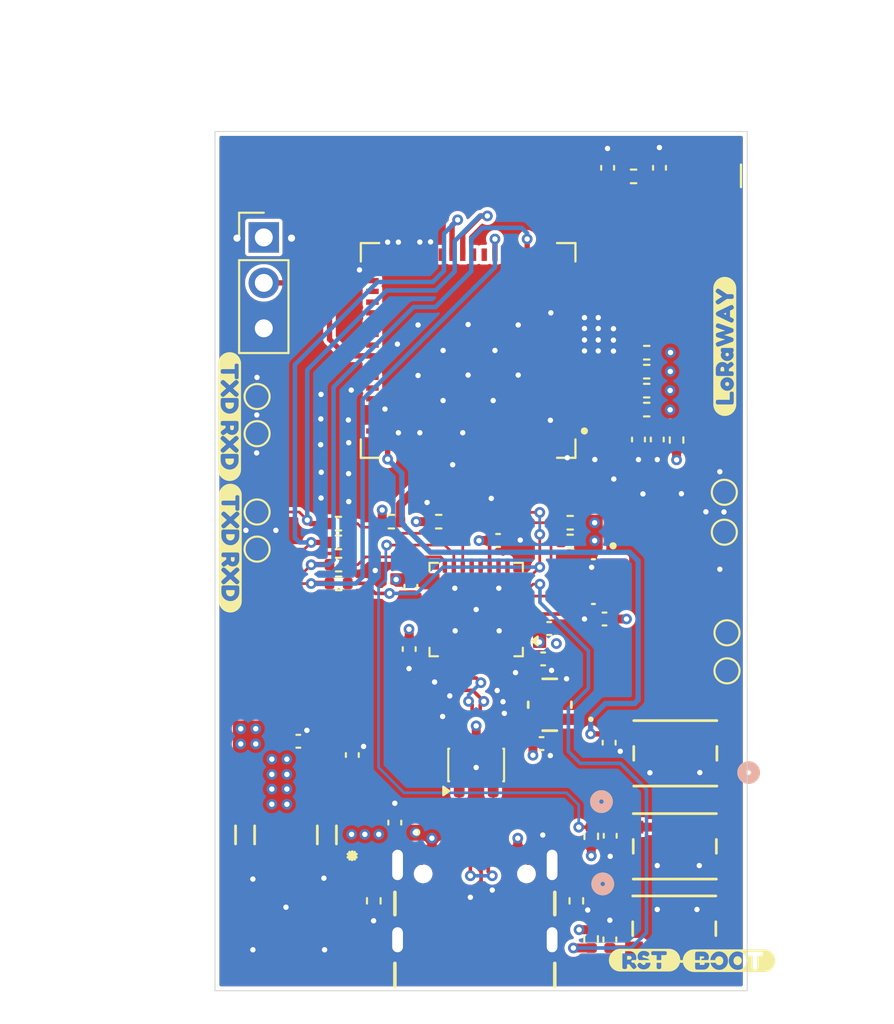
<source format=kicad_pcb>
(kicad_pcb (version 20241229) (generator "pcbnew") (generator_version "9.0")
  (layers (0 "F.Cu" signal) (4 "In1.Cu" signal) (6 "In2.Cu" signal) (2 "B.Cu" signal) (13 "F.Paste" user) (15 "B.Paste" user) (5 "F.SilkS" user "F.Silkscreen") (7 "B.SilkS" user "B.Silkscreen") (1 "F.Mask" user) (3 "B.Mask" user) (25 "Edge.Cuts" user))
  (net 0 "")
  (net 1 "GND")
  (net 2 "VBUS")
  (net 3 "/BOOT")
  (net 4 "+3V3")
  (net 5 "/MODULE_RST")
  (net 8 "/USB_D_N")
  (net 9 "VBAT")
  (net 10 "/USB_D_P")
  (net 11 "/ANT_LORA")
  (net 12 "/MCU_RST")
  (net 13 "Net-(J3-In)")
  (net 14 "Net-(J1-CC1)")
  (net 15 "Net-(J1-CC2)")
  (net 16 "/MODULE_BOOT")
  (net 17 "/VDD_IO")
  (net 18 "/VDDA")
  (net 19 "/VREF+")
  (net 20 "/VDD_RF")
  (net 21 "/VDDSMPS")
  (net 22 "/VDD_PA")
  (net 23 "/JD_BOOT_STRP")
  (net 24 "Net-(U6-GPIO2)")
  (net 25 "/MODULE_UART_RXD")
  (net 26 "/MODULE_USART2_TXD")
  (net 27 "/MODULE_USART2_RXD")
  (net 28 "/MODUL_UART_TXD")
  (net 30 "/MODULE_USART1_TXD")
  (net 34 "/MODULE_USART1_RXD")
  (net 37 "/SWDIO")
  (net 38 "/SWCLK")
  (net 44 "/VFBSMPS")
  (net 60 "Net-(U6-U0RXD)")
  (net 69 "/CLK_32kHz")
  (net 71 "Net-(U6-U0TXD)")
  (net 80 "/D_N")
  (net 81 "/D_P")
  (net 82 "/CLK_40MHz")
  (footprint "Package_TO_SOT_SMD:SOT-23-6" (layer "F.Cu") (at 169.325 102.5375 90)
    (property "Reference" "U3" (hide yes))
    (property "Value" "USBLC6-2SC6")
  )
  (footprint "kibuzzard-694813BB" (layer "F.Cu") (at 178.74 113.44)
    (property "Reference" "kibuzzard-694813BB" (hide yes))
    (property "Value" "G***" (hide yes))
  )
  (footprint "kibuzzard-694845CE" (layer "F.Cu") (at 155.58 90.42 -90)
    (property "Reference" "kibuzzard-694845CE" (hide yes))
    (property "Value" "G***" (hide yes))
  )
  (footprint "kibuzzard-69502FA5" (layer "F.Cu") (at 183.225 79.15 90)
    (property "Reference" "kibuzzard-69502FA5" (hide yes))
    (property "Value" "G***" (hide yes))
  )
  (footprint "LoRaWAY-FTP:HIROSE_U.FL-R-SMT-1_80_" (layer "F.Cu") (at 182.83 69.62 -90)
    (property "Reference" "J3" (hide yes))
    (property "Value" "ANTENNA")
  )
  (footprint "TestPoint:TestPoint_Pad_D1.0mm" (layer "F.Cu") (at 157.075 84.025 90)
    (property "Reference" "TP2" (hide yes))
    (property "Value" "TestPoint")
  )
  (footprint "Resistor_SMD:R_0402_1005Metric" (layer "F.Cu") (at 161.625 89.05 180)
    (property "Reference" "R16" (hide yes))
    (property "Value" "0R")
  )
  (footprint "Capacitor_SMD:C_0402_1005Metric" (layer "F.Cu") (at 173.07 96.61)
    (property "Reference" "C8" (hide yes))
    (property "Value" "100n")
  )
  (footprint "LoRaWAY-FTP:TO252-3L_DIO" (layer "F.Cu") (at 158.69 110.4819 180)
    (property "Reference" "U1" (hide yes))
    (property "Value" "AP7363")
  )
  (footprint "Capacitor_SMD:C_0402_1005Metric" (layer "F.Cu") (at 165.58 96.06 -90)
    (property "Reference" "C2" (hide yes))
    (property "Value" "4u7")
  )
  (footprint "LoRaWAY-FTP:SW4_PTS815 SJM 250 SMTR LFS_CNK" (layer "F.Cu") (at 180.4308 107.0815)
    (property "Reference" "SW1" (hide yes))
    (property "Value" "BOOT")
  )
  (footprint "Capacitor_SMD:C_0402_1005Metric" (layer "F.Cu") (at 162.4 101.98 90)
    (property "Reference" "C3" (hide yes))
    (property "Value" "22u")
  )
  (footprint "Capacitor_SMD:C_0402_1005Metric" (layer "F.Cu") (at 159.38 101.21)
    (property "Reference" "C4" (hide yes))
    (property "Value" "22u")
  )
  (footprint "Capacitor_SMD:C_0402_1005Metric" (layer "F.Cu") (at 164.775 105.755 90)
    (property "Reference" "C1" (hide yes))
    (property "Value" "4u7")
  )
  (footprint "Resistor_SMD:R_0402_1005Metric" (layer "F.Cu") (at 164.58 88.94)
    (property "Reference" "R7" (hide yes))
    (property "Value" "0R")
  )
  (footprint "Capacitor_SMD:C_0402_1005Metric" (layer "F.Cu") (at 179.45 84.35 -90)
    (property "Reference" "C10" (hide yes))
    (property "Value" "4u7")
  )
  (footprint "Capacitor_SMD:C_0402_1005Metric" (layer "F.Cu") (at 176.76 101.29 -90)
    (property "Reference" "C9" (hide yes))
    (property "Value" "10n")
  )
  (footprint "Resistor_SMD:R_0402_1005Metric" (layer "F.Cu") (at 174.925 110.1275 -90)
    (property "Reference" "R8" (hide yes))
    (property "Value" "5k1")
  )
  (footprint "Capacitor_SMD:C_0402_1005Metric" (layer "F.Cu") (at 176.5 94.38 180)
    (property "Reference" "C15" (hide yes))
    (property "Value" "10n")
  )
  (footprint "Resistor_SMD:R_0402_1005Metric" (layer "F.Cu") (at 161.635 91.34 180)
    (property "Reference" "R18" (hide yes))
    (property "Value" "0R")
  )
  (footprint "Resistor_SMD:R_0402_1005Metric" (layer "F.Cu") (at 178.125 69.65)
    (property "Reference" "R14" (hide yes))
    (property "Value" "0R")
  )
  (footprint "Resistor_SMD:R_0402_1005Metric" (layer "F.Cu") (at 178.86 82.68 180)
    (property "Reference" "R1" (hide yes))
    (property "Value" "0R")
  )
  (footprint "Resistor_SMD:R_0402_1005Metric" (layer "F.Cu") (at 180.53 84.38 90)
    (property "Reference" "R2" (hide yes))
    (property "Value" "0R")
  )
  (footprint "TestPoint:TestPoint_Pad_D1.0mm" (layer "F.Cu") (at 183.35 97.275 90)
    (property "Reference" "TP5" (hide yes))
    (property "Value" "TestPoint")
  )
  (footprint "Capacitor_SMD:C_0402_1005Metric" (layer "F.Cu") (at 172.98 101.34)
    (property "Reference" "C17" (hide yes))
    (property "Value" "10n")
  )
  (footprint "Resistor_SMD:R_0402_1005Metric" (layer "F.Cu") (at 161.635 92.39 180)
    (property "Reference" "R17" (hide yes))
    (property "Value" "0R")
  )
  (footprint "Resistor_SMD:R_0402_1005Metric" (layer "F.Cu") (at 174.58 90.05 180)
    (property "Reference" "R13" (hide yes))
    (property "Value" "10k")
  )
  (footprint "TestPoint:TestPoint_Pad_D1.0mm" (layer "F.Cu") (at 183.2 87.3 180)
    (property "Reference" "TP3" (hide yes))
    (property "Value" "TestPoint")
  )
  (footprint "Capacitor_SMD:C_0402_1005Metric" (layer "F.Cu") (at 176.82 106.49 -90)
    (property "Reference" "C5" (hide yes))
    (property "Value" "10n")
  )
  (footprint "kibuzzard-694845CE" (layer "F.Cu") (at 155.54 83.07 -90)
    (property "Reference" "kibuzzard-694845CE" (hide yes))
    (property "Value" "G***" (hide yes))
  )
  (footprint "Resistor_SMD:R_0402_1005Metric" (layer "F.Cu") (at 178.86 81.62 180)
    (property "Reference" "R4" (hide yes))
    (property "Value" "0R")
  )
  (footprint "Package_DFN_QFN:QFN-32-1EP_5x5mm_P0.5mm_EP3.7x3.7mm" (layer "F.Cu") (at 169.325 93.85 180)
    (property "Reference" "U6" (hide yes))
    (property "Value" "ESP32-C3")
  )
  (footprint "Capacitor_SMD:C_0402_1005Metric" (layer "F.Cu") (at 165.675 92.58 -90)
    (property "Reference" "C7" (hide yes))
    (property "Value" "100n")
  )
  (footprint "Resistor_SMD:R_0402_1005Metric" (layer "F.Cu") (at 161.625 90.1 180)
    (property "Reference" "R15" (hide yes))
    (property "Value" "0R")
  )
  (footprint "kibuzzard-6948142B" (layer "F.Cu") (at 183.46 113.47)
    (property "Reference" "kibuzzard-6948142B" (hide yes))
    (property "Value" "G***" (hide yes))
  )
  (footprint "Capacitor_SMD:C_0402_1005Metric" (layer "F.Cu") (at 176.675 69.17 90)
    (property "Reference" "C12" (hide yes))
    (property "Value" "NM")
  )
  (footprint "Capacitor_SMD:C_0402_1005Metric" (layer "F.Cu") (at 173.41 94.91)
    (property "Reference" "C6" (hide yes))
    (property "Value" "100n")
  )
  (footprint "Resistor_SMD:R_0402_1005Metric" (layer "F.Cu") (at 167.23 88.94)
    (property "Reference" "R5" (hide yes))
    (property "Value" "0R")
  )
  (footprint "Resistor_SMD:R_0402_1005Metric" (layer "F.Cu") (at 174.58 89 180)
    (property "Reference" "R12" (hide yes))
    (property "Value" "10k")
  )
  (footprint "LoRaWAY-FTP:XCVR_KG200ZABMD" (layer "F.Cu") (at 168.875 79.375 180)
    (property "Reference" "U2" (hide yes))
    (property "Value" "KG200ZABMD")
  )
  (footprint "Capacitor_SMD:C_0402_1005Metric" (layer "F.Cu") (at 179.575 69.17 90)
    (property "Reference" "C14" (hide yes))
    (property "Value" "NM")
  )
  (footprint "LoRaWAY-FTP:SW4_PTS815 SJM 250 SMTR LFS_CNK" (layer "F.Cu") (at 180.460001 101.884999 180)
    (property "Reference" "SW2" (hide yes))
    (property "Value" "QRST")
  )
  (footprint "Capacitor_SMD:C_0402_1005Metric" (layer "F.Cu") (at 170.55 89.99)
    (property "Reference" "C16" (hide yes))
    (property "Value" "100n")
  )
  (footprint "Resistor_SMD:R_0402_1005Metric" (layer "F.Cu") (at 163.6 110.125 -90)
    (property "Reference" "R9" (hide yes))
    (property "Value" "5k1")
  )
  (footprint "Resistor_SMD:R_0402_1005Metric" (layer "F.Cu") (at 178.86 80.56 180)
    (property "Reference" "R3" (hide yes))
    (property "Value" "0R")
  )
  (footprint "TestPoint:TestPoint_Pad_D1.0mm" (layer "F.Cu") (at 183.35 95.15 90)
    (property "Reference" "TP6" (hide yes))
    (property "Value" "TestPoint")
  )
  (footprint "Capacitor_SMD:C_0402_1005Metric" (layer "F.Cu") (at 176.8 112.28 90)
    (property "Reference" "C13" (hide yes))
    (property "Value" "10n")
  )
  (footprint "Resistor_SMD:R_0402_1005Metric" (layer "F.Cu") (at 178.86 79.5 180)
    (property "Reference" "R6" (hide yes))
    (property "Value" "0R")
  )
  (footprint "TestPoint:TestPoint_Pad_D1.0mm" (layer "F.Cu") (at 183.2 89.53 180)
    (property "Reference" "TP4" (hide yes))
    (property "Value" "TestPoint")
  )
  (footprint "TestPoint:TestPoint_Pad_D1.0mm" (layer "F.Cu") (at 157.075 88.4 90)
    (property "Reference" "TP7" (hide yes))
    (property "Value" "TestPoint")
  )
  (footprint "Resistor_SMD:R_0402_1005Metric" (layer "F.Cu") (at 175.76 106.52 90)
    (property "Reference" "R11" (hide yes))
    (property "Value" "10k")
  )
  (footprint "LoRaWAY-FTP:GCT_USB4105-GF-A" (layer "F.Cu") (at 169.25 112.3)
    (property "Reference" "J1" (hide yes))
    (property "Value" "USB4105-GF-A")
  )
  (footprint "LoRaWAY-FTP:IC_625L3C040M00000_CTS" (layer "F.Cu") (at 173.44 99.17 180)
    (property "Reference" "Y2" (hide yes))
    (property "Value" "40 MHz")
  )
  (footprint "TestPoint:TestPoint_Pad_D1.0mm" (layer "F.Cu") (at 157.075 90.475 90)
    (property "Reference" "TP8" (hide yes))
    (property "Value" "TestPoint")
  )
  (footprint "Resistor_SMD:R_0402_1005Metric" (layer "F.Cu") (at 175.75 112.25 -90)
    (property "Reference" "R10" (hide yes))
    (property "Value" "10k")
  )
  (footprint "Capacitor_SMD:C_0402_1005Metric" (layer "F.Cu") (at 178.4 84.35 -90)
    (property "Reference" "C11" (hide yes))
    (property "Value" "100n")
  )
  (footprint "Connector_PinHeader_2.54mm:PinHeader_1x03_P2.54mm_Vertical" (layer "F.Cu") (at 157.45 73.06)
    (property "Reference" "J4" (hide yes))
    (property "Value" "BOOT_SEL")
  )
  (footprint "LoRaWAY-FTP:SW4_PTS815 SJM 250 SMTR LFS_CNK" (layer "F.Cu") (at 180.4008 111.6815)
    (property "Reference" "SW3" (hide yes))
    (property "Value" "RST")
  )
  (footprint "TestPoint:TestPoint_Pad_D1.0mm" (layer "F.Cu") (at 157.075 81.95 90)
    (property "Reference" "TP1" (hide yes))
    (property "Value" "TestPoint")
  )
  (footprint "LoRaWAY-FTP:XTAL_ASEK-32.768KHZ-L-R-T" (layer "F.Cu") (at 175.88 92.29 -90)
    (property "Reference" "Y1" (hide yes))
    (property "Value" "32.768 kHz")
  )
  (gr_rect (start 154.72 67.14) (end 184.48 115.15) (stroke (width 0.05)) (fill no) (layer "Edge.Cuts"))
  (segment (start 179.45 84.83) (end 179.45 85.475) (width 0.5) (layer "F.Cu") (net 1))
  (segment (start 182.650801 110.606501) (end 178.150799 110.606501) (width 0.5) (layer "F.Cu") (net 1))
  (segment (start 171.675 79.375) (end 170.375 79.375) (width 0.3) (layer "F.Cu") (net 1))
  (segment (start 162.195 83.275) (end 162.18 83.26) (width 0.3) (layer "F.Cu") (net 1))
  (segment (start 181.8 108.156499) (end 182.680801 108.156499) (width 0.5) (layer "F.Cu") (net 1))
  (segment (start 163.6 110.635) (end 163.6 111.23) (width 0.5) (layer "F.Cu") (net 1))
  (segment (start 166.175 84.725) (end 166.175 83.975) (width 0.3) (layer "F.Cu") (net 1))
  (segment (start 178.180799 108.156499) (end 182.680801 108.156499) (width 0.5) (layer "F.Cu") (net 1))
  (segment (start 168.875 76.575) (end 168.875 77.925) (width 0.3) (layer "F.Cu") (net 1))
  (segment (start 168.875 82.175) (end 168.875 80.75) (width 0.3) (layer "F.Cu") (net 1))
  (segment (start 164.2 82.675) (end 164.225 82.65) (width 0.3) (layer "F.Cu") (net 1))
  (segment (start 166.075 76.575) (end 166.075 77.95) (width 0.3) (layer "F.Cu") (net 1))
  (segment (start 173.55 96.61) (end 173.55 97.24) (width 0.5) (layer "F.Cu") (net 1))
  (segment (start 169.325 103.675) (end 169.325 102.675) (width 0.5) (layer "F.Cu") (net 1))
  (segment (start 159.86 100.6) (end 159.86 101.21) (width 0.5) (layer "F.Cu") (net 1))
  (segment (start 174.3798 97.7202) (end 174.38 97.72) (width 0.5) (layer "F.Cu") (net 1))
  (segment (start 163.525 82.675) (end 164.2 82.675) (width 0.3) (layer "F.Cu") (net 1))
  (segment (start 178.4 84.83) (end 178.4 85.475) (width 0.5) (layer "F.Cu") (net 1))
  (segment (start 175.56 110.64) (end 174.9275 110.64) (width 0.5) (layer "F.Cu") (net 1))
  (segment (start 172.8 106.45) (end 173.05 106.45) (width 0.5) (layer "F.Cu") (net 1))
  (segment (start 174.225 77.275) (end 173.5 77.275) (width 0.3) (layer "F.Cu") (net 1))
  (segment (start 166.775 74.025) (end 166.775 73.31) (width 0.3) (layer "F.Cu") (net 1))
  (segment (start 171.675 82.175) (end 170.275 82.175) (width 0.3) (layer "F.Cu") (net 1))
  (segment (start 166.075 82.175) (end 167.475 82.175) (width 0.3) (layer "F.Cu") (net 1))
  (segment (start 172.45 106.8) (end 172.8 106.45) (width 0.5) (layer "F.Cu") (net 1))
  (segment (start 176.02 94.38) (end 175.38 94.38) (width 0.5) (layer "F.Cu") (net 1))
  (segment (start 178.21 102.959998) (end 181.83 102.959998) (width 0.5) (layer "F.Cu") (net 1))
  (segment (start 173.46 101.34) (end 173.46 102) (width 0.5) (layer "F.Cu") (net 1))
  (segment (start 177.38 101.77) (end 176.76 101.77) (width 0.5) (layer "F.Cu") (net 1))
  (segment (start 176.675 68.095) (end 176.67 68.09) (width 0.5) (layer "F.Cu") (net 1))
  (segment (start 176.675 68.69) (end 176.675 68.095) (width 0.5) (layer "F.Cu") (net 1))
  (segment (start 176.8 111.8) (end 176.8 111.21) (width 0.5) (layer "F.Cu") (net 1))
  (segment (start 179.04 102.97) (end 179.029998 102.959998) (width 0.5) (layer "F.Cu") (net 1))
  (segment (start 179.029998 102.959998) (end 178.21 102.959998) (width 0.5) (layer "F.Cu") (net 1))
  (segment (start 171.675 76.575) (end 171.675 77.95) (width 0.3) (layer "F.Cu") (net 1))
  (segment (start 168.575 84.725) (end 168.575 83.975) (width 0.3) (layer "F.Cu") (net 1))
  (segment (start 174.225 83.275) (end 173.475 83.275) (width 0.3) (layer "F.Cu") (net 1))
  (segment (start 163.525 83.275) (end 162.195 83.275) (width 0.3) (layer "F.Cu") (net 1))
  (segment (start 166.075 79.375) (end 167.475 79.375) (width 0.3) (layer "F.Cu") (net 1))
  (segment (start 164.975 84.725) (end 164.975 83.975) (width 0.3) (layer "F.Cu") (net 1))
  (segment (start 166.175 74.025) (end 166.175 73.32) (width 0.3) (layer "F.Cu") (net 1))
  (segment (start 165.58 97.14) (end 165.57 97.15) (width 0.5) (layer "F.Cu") (net 1))
  (segment (start 174.3798 98.3575) (end 174.3798 97.7202) (width 0.5) (layer "F.Cu") (net 1))
  (segment (start 179.45 110.606501) (end 178.150799 110.606501) (width 0.5) (layer "F.Cu") (net 1))
  (segment (start 166.075 82.175) (end 166.075 80.775) (width 0.3) (layer "F.Cu") (net 1))
  (segment (start 175.779998 91.49) (end 174.78 91.49) (width 0.5) (layer "F.Cu") (net 1))
  (segment (start 174.9275 110.64) (end 174.925 110.6375) (width 0.5) (layer "F.Cu") (net 1))
  (segment (start 179.575 68.045) (end 179.57 68.04) (width 0.5) (layer "F.Cu") (net 1))
  (segment (start 164.375 74.025) (end 164.375 73.325) (width 0.3) (layer "F.Cu") (net 1))
  (segment (start 164.975 74.025) (end 164.975 73.325) (width 0.3) (layer "F.Cu") (net 1))
  (segment (start 171.675 82.175) (end 171.675 80.75) (width 0.3) (layer "F.Cu") (net 1))
  (segment (start 165.58 96.54) (end 165.58 97.14) (width 0.5) (layer "F.Cu") (net 1))
  (segment (start 164.775 104.675) (end 164.775 105.275) (width 0.5) (layer "F.Cu") (net 1))
  (segment (start 179.45 108.156499) (end 178.180799 108.156499) (width 0.5) (layer "F.Cu") (net 1))
  (segment (start 172.45 107.545) (end 172.45 106.8) (width 0.5) (layer "F.Cu") (net 1))
  (segment (start 173.46 102) (end 173.47 102.01) (width 0.5) (layer "F.Cu") (net 1))
  (segment (start 182.710002 102.959998) (end 181.83 102.959998) (width 0.5) (layer "F.Cu") (net 1))
  (segment (start 181.67 110.606501) (end 182.650801 110.606501) (width 0.5) (layer "F.Cu") (net 1))
  (segment (start 163.525 74.875) (end 162.8 74.875) (width 0.3) (layer "F.Cu") (net 1))
  (segment (start 173.55 97.24) (end 173.54 97.25) (width 0.5) (layer "F.Cu") (net 1))
  (segment (start 163.03 101.5) (end 162.4 101.5) (width 0.5) (layer "F.Cu") (net 1))
  (segment (start 179.575 68.69) (end 179.575 68.045) (width 0.5) (layer "F.Cu") (net 1))
  (segment (start 176.82 107.64) (end 176.82 106.97) (width 0.5) (layer "F.Cu") (net 1))
  (segment (start 163.6 111.23) (end 163.59 111.24) (width 0.5) (layer "F.Cu") (net 1))
  (via (at 170.375 79.375) (size 0.6) (drill 0.3) (layers "F.Cu" "B.Cu") (net 1))
  (via (at 176.15 79.4) (size 0.6) (drill 0.3) (layers "F.Cu" "B.Cu") (net 1))
  (via (at 170.59 92.66) (size 0.6) (drill 0.3) (layers "F.Cu" "B.Cu") (net 1))
  (via (at 173.475 83.275) (size 0.6) (drill 0.3) (layers "F.Cu" "B.Cu") (net 1))
  (via (at 183.18 88.4) (size 0.6) (drill 0.3) (layers "F.Cu" "B.Cu") (net 1))
  (via (at 173.54 97.25) (size 0.6) (drill 0.3) (layers "F.Cu" "B.Cu") (net 1))
  (via (at 176.67 68.09) (size 0.6) (drill 0.3) (layers "F.Cu" "B.Cu") (net 1))
  (via (at 171.675 77.95) (size 0.6) (drill 0.3) (layers "F.Cu" "B.Cu") (net 1))
  (via (at 157.06 82.98) (size 0.6) (drill 0.3) (layers "F.Cu" "B.Cu") (net 1))
  (via (at 177 78.8) (size 0.6) (drill 0.3) (layers "F.Cu" "B.Cu") (net 1))
  (via (at 160.66 86.18) (size 0.6) (drill 0.3) (layers "F.Cu" "B.Cu") (net 1))
  (via (at 179.45 108.156499) (size 0.6) (drill 0.3) (layers "F.Cu" "B.Cu") (net 1))
  (via (at 168.875 80.75) (size 0.6) (drill 0.3) (layers "F.Cu" "B.Cu") (net 1))
  (via (at 167.45 99.825) (size 0.6) (drill 0.3) (layers "F.Cu" "B.Cu") (net 1))
  (via (at 158.69 110.4819) (size 0.6) (drill 0.3) (layers "F.Cu" "B.Cu") (net 1))
  (via (at 181.8 108.156499) (size 0.6) (drill 0.3) (layers "F.Cu" "B.Cu") (net 1))
  (via (at 165.57 97.15) (size 0.6) (drill 0.3) (layers "F.Cu" "B.Cu") (net 1))
  (via (at 170.825 99) (size 0.6) (drill 0.3) (layers "F.Cu" "B.Cu") (net 1))
  (via (at 167.475 82.175) (size 0.6) (drill 0.3) (layers "F.Cu" "B.Cu") (net 1))
  (via (at 167.85 98.675) (size 0.6) (drill 0.3) (layers "F.Cu" "B.Cu") (net 1))
  (via (at 160.65 81.83) (size 0.6) (drill 0.3) (layers "F.Cu" "B.Cu") (net 1))
  (via (at 162.8 74.875) (size 0.6) (drill 0.3) (layers "F.Cu" "B.Cu") (net 1))
  (via (at 170.275 82.175) (size 0.6) (drill 0.3) (layers "F.Cu" "B.Cu") (net 1))
  (via (at 166.175 83.975) (size 0.6) (drill 0.3) (layers "F.Cu" "B.Cu") (net 1))
  (via (at 175.38 77.54) (size 0.6) (drill 0.3) (layers "F.Cu" "B.Cu") (net 1))
  (via (at 162.2 87.82) (size 0.6) (drill 0.3) (layers "F.Cu" "B.Cu") (net 1))
  (via (at 166.175 73.32) (size 0.6) (drill 0.3) (layers "F.Cu" "B.Cu") (net 1))
  (via (at 175.56 110.64) (size 0.6) (drill 0.3) (layers "F.Cu" "B.Cu") (net 1))
  (via (at 156.84 112.86) (size 0.6) (drill 0.3) (layers "F.Cu" "B.Cu") (net 1))
  (via (at 164.225 82.65) (size 0.6) (drill 0.3) (layers "F.Cu" "B.Cu") (net 1))
  (via (at 160.85 112.86) (size 0.6) (drill 0.3) (layers "F.Cu" "B.Cu") (net 1))
  (via (at 177 78.16) (size 0.6) (drill 0.3) (layers "F.Cu" "B.Cu") (net 1))
  (via (at 176.82 107.64) (size 0.6) (drill 0.3) (layers "F.Cu" "B.Cu") (net 1))
  (via (at 175.779998 91.49) (size 0.6) (drill 0.3) (layers "F.Cu" "B.Cu") (net 1))
  (via (at 160.64 83.2) (size 0.6) (drill 0.3) (layers "F.Cu" "B.Cu") (net 1))
  (via (at 182.17 88.39) (size 0.6) (drill 0.3) (layers "F.Cu" "B.Cu") (net 1))
  (via (at 181.67 110.606501) (size 0.6) (drill 0.3) (layers "F.Cu" "B.Cu") (net 1))
  (via (at 166.075 80.775) (size 0.6) (drill 0.3) (layers "F.Cu" "B.Cu") (net 1))
  (via (at 170.17 87.64) (size 0.6) (drill 0.3) (layers "F.Cu" "B.Cu") (net 1))
  (via (at 163.68 91.67) (size 0.6) (drill 0.3) (layers "F.Cu" "B.Cu") (net 1))
  (via (at 170.5 98.375) (size 0.6) (drill 0.3) (layers "F.Cu" "B.Cu") (net 1))
  (via (at 179.45 110.606501) (size 0.6) (drill 0.3) (layers "F.Cu" "B.Cu") (net 1))
  (via (at 168.13 92.66) (size 0.6) (drill 0.3) (layers "F.Cu" "B.Cu") (net 1))
  (via (at 166.775 73.31) (size 0.6) (drill 0.3) (layers "F.Cu" "B.Cu") (net 1))
  (via (at 181.83 102.959998) (size 0.6) (drill 0.3) (layers "F.Cu" "B.Cu") (net 1))
  (via (at 176.15 78.15) (size 0.6) (drill 0.3) (layers "F.Cu" "B.Cu") (net 1))
  (via (at 160.81 108.86) (size 0.6) (drill 0.3) (layers "F.Cu" "B.Cu") (net 1))
  (via (at 156.84 108.91) (size 0.6) (drill 0.3) (layers "F.Cu" "B.Cu") (net 1))
  (via (at 168.875 77.925) (size 0.6) (drill 0.3) (layers "F.Cu" "B.Cu") (net 1))
  (via (at 168.01 85.76) (size 0.6) (drill 0.3) (layers "F.Cu" "B.Cu") (net 1))
  (via (at 167.475 79.375) (size 0.6) (drill 0.3) (layers "F.Cu" "B.Cu") (net 1))
  (via (at 156.45 89.425) (size 0.6) (drill 0.3) (layers "F.Cu" "B.Cu") (net 1))
  (via (at 173.05 106.45) (size 0.6) (drill 0.3) (layers "F.Cu" "B.Cu") (net 1))
  (via (at 179.04 102.97) (size 0.6) (drill 0.3) (layers "F.Cu" "B.Cu") (net 1))
  (via (at 167 97.9) (size 0.6) (drill 0.3) (layers "F.Cu" "B.Cu") (net 1))
  (via (at 160.65 87.62) (size 0.6) (drill 0.3) (layers "F.Cu" "B.Cu") (net 1))
  (via (at 176.8 111.21) (size 0.6) (drill 0.3) (layers "F.Cu" "B.Cu") (net 1))
  (via (at 175.38 78.79) (size 0.6) (drill 0.3) (layers "F.Cu" "B.Cu") (net 1))
  (via (at 175.38 79.4) (size 0.6) (drill 0.3) (layers "F.Cu" "B.Cu") (net 1))
  (via (at 168.575 83.975) (size 0.6) (drill 0.3) (layers "F.Cu" "B.Cu") (net 1))
  (via (at 163.59 111.24) (size 0.6) (drill 0.3) (layers "F.Cu" "B.Cu") (net 1))
  (via (at 174.38 97.72) (size 0.6) (drill 0.3) (layers "F.Cu" "B.Cu") (net 1))
  (via (at 169.325 102.675) (size 0.6) (drill 0.3) (layers "F.Cu" "B.Cu") (net 1))
  (via (at 162.18 83.26) (size 0.6) (drill 0.3) (layers "F.Cu" "B.Cu") (net 1))
  (via (at 159.86 100.6) (size 0.6) (drill 0.3) (layers "F.Cu" "B.Cu") (net 1))
  (via (at 180.8 87.38) (size 0.6) (drill 0.3) (layers "F.Cu" "B.Cu") (net 1))
  (via (at 177 79.41) (size 0.6) (drill 0.3) (layers "F.Cu" "B.Cu") (net 1))
  (via (at 164.975 83.975) (size 0.6) (drill 0.3) (layers "F.Cu" "B.Cu") (net 1))
  (via (at 164.92 79.02) (size 0.6) (drill 0.3) (layers "F.Cu" "B.Cu") (net 1))
  (via (at 178.4 85.475) (size 0.6) (drill 0.3) (layers "F.Cu" "B.Cu") (net 1))
  (via (at 162.34 81.59) (size 0.6) (drill 0.3) (layers "F.Cu" "B.Cu") (net 1))
  (via (at 178.65 87.39) (size 0.6) (drill 0.3) (layers "F.Cu" "B.Cu") (net 1))
  (via (at 168.15 95.04) (size 0.6) (drill 0.3) (layers "F.Cu" "B.Cu") (net 1))
  (via (at 157.07 80.88) (size 0.6) (drill 0.3) (layers "F.Cu" "B.Cu") (net 1))
  (via (at 170.61 95.04) (size 0.6) (drill 0.3) (layers "F.Cu" "B.Cu") (net 1))
  (via (at 182.95 91.6) (size 0.6) (drill 0.3) (layers "F.Cu" "B.Cu") (net 1))
  (via (at 173.47 102.01) (size 0.6) (drill 0.3) (layers "F.Cu" "B.Cu") (net 1))
  (via (at 166.58 87.87) (size 0.6) (drill 0.3) (layers "F.Cu" "B.Cu") (net 1))
  (via (at 176.15 78.79) (size 0.6) (drill 0.3) (layers "F.Cu" "B.Cu") (net 1))
  (via (at 166.075 77.95) (size 0.6) (drill 0.3) (layers "F.Cu" "B.Cu") (net 1))
  (via (at 177.02 86.56) (size 0.6) (drill 0.3) (layers "F.Cu" "B.Cu") (net 1))
  (via (at 170.9 99.65) (size 0.6) (drill 0.3) (layers "F.Cu" "B.Cu") (net 1))
  (via (at 182.95 86.15) (size 0.6) (drill 0.3) (layers "F.Cu" "B.Cu") (net 1))
  (via (at 163.03 101.5) (size 0.6) (drill 0.3) (layers "F.Cu" "B.Cu") (net 1))
  (via (at 176.15 77.54) (size 0.6) (drill 0.3) (layers "F.Cu" "B.Cu") (net 1))
  (via (at 171.525 97.375) (size 0.6) (drill 0.3) (layers "F.Cu" "B.Cu") (net 1))
  (via (at 159 73.1) (size 0.8) (drill 0.4) (layers "F.Cu" "B.Cu") (net 1))
  (via (at 169 109.926) (size 0.6) (drill 0.3) (layers "F.Cu" "B.Cu") (net 1))
  (via (at 157.05 85.1) (size 0.6) (drill 0.3) (layers "F.Cu" "B.Cu") (net 1))
  (via (at 170.225 109.525003) (size 0.6) (drill 0.3) (layers "F.Cu" "B.Cu") (net 1))
  (via (at 175.38 78.15) (size 0.6) (drill 0.3) (layers "F.Cu" "B.Cu") (net 1))
  (via (at 171.675 80.75) (size 0.6) (drill 0.3) (layers "F.Cu" "B.Cu") (net 1))
  (via (at 171.79 89.97) (size 0.6) (drill 0.3) (layers "F.Cu" "B.Cu") (net 1))
  (via (at 179.45 85.475) (size 0.6) (drill 0.3) (layers "F.Cu" "B.Cu") (net 1))
  (via (at 175.96 85.47) (size 0.6) (drill 0.3) (layers "F.Cu" "B.Cu") (net 1))
  (via (at 174.42 85.37) (size 0.6) (drill 0.3) (layers "F.Cu" "B.Cu") (net 1))
  (via (at 160.63 84.64) (size 0.6) (drill 0.3) (layers "F.Cu" "B.Cu") (net 1))
  (via (at 175.38 94.38) (size 0.6) (drill 0.3) (layers "F.Cu" "B.Cu") (net 1))
  (via (at 164.975 73.325) (size 0.6) (drill 0.3) (layers "F.Cu" "B.Cu") (net 1))
  (via (at 155.95 73.1) (size 0.8) (drill 0.4) (layers "F.Cu" "B.Cu") (net 1))
  (via (at 173.5 77.275) (size 0.6) (drill 0.3) (layers "F.Cu" "B.Cu") (net 1))
  (via (at 164.375 73.325) (size 0.6) (drill 0.3) (layers "F.Cu" "B.Cu") (net 1))
  (via (at 158.125 89.425) (size 0.6) (drill 0.3) (layers "F.Cu" "B.Cu") (net 1))
  (via (at 177.38 101.77) (size 0.6) (drill 0.3) (layers "F.Cu" "B.Cu") (net 1))
  (via (at 169.325 93.85) (size 0.6) (drill 0.3) (layers "F.Cu" "B.Cu") (net 1))
  (via (at 162.2 84.53) (size 0.6) (drill 0.3) (layers "F.Cu" "B.Cu") (net 1))
  (via (at 179.57 68.04) (size 0.6) (drill 0.3) (layers "F.Cu" "B.Cu") (net 1))
  (via (at 162.19 86.26) (size 0.6) (drill 0.3) (layers "F.Cu" "B.Cu") (net 1))
  (via (at 164.775 104.675) (size 0.6) (drill 0.3) (layers "F.Cu" "B.Cu") (net 1))
  (segment (start 169.325 101.4) (end 169.325 100.35) (width 0.5) (layer "F.Cu") (net 2))
  (segment (start 171.65 107.545) (end 171.65 106.625) (width 0.5) (layer "F.Cu") (net 2))
  (segment (start 166.85 107.545) (end 166.85 106.625) (width 0.5) (layer "F.Cu") (net 2))
  (via (at 166.85 106.625) (size 0.6) (drill 0.3) (layers "F.Cu" "B.Cu") (net 2))
  (via (at 171.65 106.625) (size 0.6) (drill 0.3) (layers "F.Cu" "B.Cu") (net 2))
  (via (at 165.92 106.31) (size 0.6) (drill 0.3) (layers "F.Cu" "B.Cu") (net 2))
  (via (at 163.88 106.41) (size 0.6) (drill 0.3) (layers "F.Cu" "B.Cu") (net 2))
  (via (at 163.1 106.41) (size 0.6) (drill 0.3) (layers "F.Cu" "B.Cu") (net 2))
  (via (at 169.325 100.35) (size 0.6) (drill 0.3) (layers "F.Cu" "B.Cu") (net 2))
  (via (at 162.36 106.41) (size 0.6) (drill 0.3) (layers "F.Cu" "B.Cu") (net 2))
  (segment (start 167.57 90.25) (end 164.32 90.25) (width 0.15) (layer "F.Cu") (net 3))
  (segment (start 175.76 106.01) (end 175.06 106.01) (width 0.2) (layer "F.Cu") (net 3))
  (segment (start 168.075 91.4) (end 168.075 90.755) (width 0.15) (layer "F.Cu") (net 3))
  (segment (start 176.82 106.01) (end 175.76 106.01) (width 0.3) (layer "F.Cu") (net 3))
  (segment (start 176.82 106.01) (end 178.1773 106.01) (width 0.3) (layer "F.Cu") (net 3))
  (segment (start 182.680801 106.006501) (end 178.180799 106.006501) (width 0.5) (layer "F.Cu") (net 3))
  (segment (start 168.075 90.755) (end 167.57 90.25) (width 0.15) (layer "F.Cu") (net 3))
  (segment (start 178.1773 106.01) (end 178.180799 106.006501) (width 0.3) (layer "F.Cu") (net 3))
  (via (at 164.32 90.25) (size 0.6) (drill 0.3) (layers "F.Cu" "B.Cu") (net 3))
  (via (at 175.06 106.01) (size 0.6) (drill 0.3) (layers "F.Cu" "B.Cu") (net 3))
  (segment (start 174.38 104.09) (end 175.06 104.77) (width 0.15) (layer "B.Cu") (net 3))
  (segment (start 163.87 102.67) (end 165.29 104.09) (width 0.15) (layer "B.Cu") (net 3))
  (segment (start 163.87 92.59) (end 163.87 102.67) (width 0.15) (layer "B.Cu") (net 3))
  (segment (start 164.274 90.296) (end 164.274 92.186) (width 0.15) (layer "B.Cu") (net 3))
  (segment (start 165.29 104.09) (end 174.38 104.09) (width 0.15) (layer "B.Cu") (net 3))
  (segment (start 175.06 104.77) (end 175.06 106.01) (width 0.15) (layer "B.Cu") (net 3))
  (segment (start 164.274 92.186) (end 163.87 92.59) (width 0.15) (layer "B.Cu") (net 3))
  (segment (start 164.32 90.25) (end 164.274 90.296) (width 0.15) (layer "B.Cu") (net 3))
  (segment (start 175.76 107.61) (end 175.76 107.03) (width 0.5) (layer "F.Cu") (net 4))
  (segment (start 166.72 88.94) (end 165.97 88.94) (width 0.5) (layer "F.Cu") (net 4))
  (segment (start 170.07 89.99) (end 169.49 89.99) (width 0.5) (layer "F.Cu") (net 4))
  (segment (start 170.075 91.4) (end 170.075 90.205) (width 0.2) (layer "F.Cu") (net 4))
  (segment (start 180.53 84.89) (end 180.53 85.49) (width 0.5) (layer "F.Cu") (net 4))
  (segment (start 176.98 94.38) (end 177.73 94.38) (width 0.5) (layer "F.Cu") (net 4))
  (segment (start 169.49 89.99) (end 169.48 90) (width 0.5) (layer "F.Cu") (net 4))
  (segment (start 164.07 88.29) (end 164.07 88.94) (width 0.5) (layer "F.Cu") (net 4))
  (segment (start 172.5 101.34) (end 172.5 101.99) (width 0.5) (layer "F.Cu") (net 4))
  (segment (start 172.5 99.9827) (end 172.5002 99.9825) (width 0.5) (layer "F.Cu") (net 4))
  (segment (start 170.075 90.205) (end 170.07 90.2) (width 0.2) (layer "F.Cu") (net 4))
  (segment (start 170.07 90.2) (end 170.07 89.99) (width 0.2) (layer "F.Cu") (net 4))
  (segment (start 175.75 111.74) (end 175.08 111.74) (width 0.5) (layer "F.Cu") (net 4))
  (segment (start 165.58 94.96) (end 165.57 94.95) (width 0.5) (layer "F.Cu") (net 4))
  (segment (start 176.98 94.38) (end 176.98 93.09) (width 0.5) (layer "F.Cu") (net 4))
  (segment (start 172.5 101.34) (end 172.5 99.9827) (width 0.5) (layer "F.Cu") (net 4))
  (segment (start 165.58 95.58) (end 165.58 94.96) (width 0.5) (layer "F.Cu") (net 4))
  (via (at 158.74 104.73) (size 0.6) (drill 0.3) (layers "F.Cu" "B.Cu") (net 4))
  (via (at 173.81 95.75) (size 0.6) (drill 0.3) (layers "F.Cu" "B.Cu") (net 4))
  (via (at 180.18 80.55) (size 0.6) (drill 0.3) (layers "F.Cu" "B.Cu") (net 4))
  (via (at 180.19 79.49) (size 0.6) (drill 0.3) (layers "F.Cu" "B.Cu") (net 4))
  (via (at 175.95 90) (size 0.6) (drill 0.3) (layers "F.Cu" "B.Cu") (net 4))
  (via (at 169.48 90) (size 0.6) (drill 0.3) (layers "F.Cu" "B.Cu") (net 4))
  (via (at 180.17 82.69) (size 0.6) (drill 0.3) (layers "F.Cu" "B.Cu") (net 4))
  (via (at 180.17 81.61) (size 0.6) (drill 0.3) (layers "F.Cu" "B.Cu") (net 4))
  (via (at 175.08 111.74) (size 0.6) (drill 0.3) (layers "F.Cu" "B.Cu") (net 4))
  (via (at 157.9 104.73) (size 0.6) (drill 0.3) (layers "F.Cu" "B.Cu") (net 4))
  (via (at 156.16 100.51) (size 0.6) (drill 0.3) (layers "F.Cu" "B.Cu") (net 4))
  (via (at 156.16 101.36) (size 0.6) (drill 0.3) (layers "F.Cu" "B.Cu") (net 4))
  (via (at 157 100.51) (size 0.6) (drill 0.3) (layers "F.Cu" "B.Cu") (net 4))
  (via (at 158.74 103.88) (size 0.6) (drill 0.3) (layers "F.Cu" "B.Cu") (net 4))
  (via (at 180.53 85.49) (size 0.6) (drill 0.3) (layers "F.Cu" "B.Cu") (net 4))
  (via (at 157.9 103.88) (size 0.6) (drill 0.3) (layers "F.Cu" "B.Cu") (net 4))
  (via (at 158.74 102.21) (size 0.6) (drill 0.3) (layers "F.Cu" "B.Cu") (net 4))
  (via (at 172.5 101.99) (size 0.6) (drill 0.3) (layers "F.Cu" "B.Cu") (net 4))
  (via (at 172.86 95.67) (size 0.6) (drill 0.3) (layers "F.Cu" "B.Cu") (net 4))
  (via (at 164.85 92.175) (size 0.6) (drill 0.3) (layers "F.Cu" "B.Cu") (net 4))
  (via (at 175.95 89) (size 0.6) (drill 0.3) (layers "F.Cu" "B.Cu") (net 4))
  (via (at 165.97 88.94) (size 0.6) (drill 0.3) (layers "F.Cu" "B.Cu") (net 4))
  (via (at 157.9 102.21) (size 0.6) (drill 0.3) (layers "F.Cu" "B.Cu") (net 4))
  (via (at 157 101.36) (size 0.6) (drill 0.3) (layers "F.Cu" "B.Cu") (net 4))
  (via (at 165.57 94.95) (size 0.6) (drill 0.3) (layers "F.Cu" "B.Cu") (net 4))
  (via (at 157.9 103.06) (size 0.6) (drill 0.3) (layers "F.Cu" "B.Cu") (net 4))
  (via (at 177.73 94.38) (size 0.6) (drill 0.3) (layers "F.Cu" "B.Cu") (net 4))
  (via (at 164.07 88.29) (size 0.6) (drill 0.3) (layers "F.Cu" "B.Cu") (net 4))
  (via (at 175.76 107.61) (size 0.6) (drill 0.3) (layers "F.Cu" "B.Cu") (net 4))
  (via (at 158.74 103.06) (size 0.6) (drill 0.3) (layers "F.Cu" "B.Cu") (net 4))
  (segment (start 175.725 100.8) (end 176.75 100.8) (width 0.3) (layer "F.Cu") (net 5))
  (segment (start 176.76 100.81) (end 178.21 100.81) (width 0.3) (layer "F.Cu") (net 5))
  (segment (start 176.75 100.8) (end 176.76 100.81) (width 0.3) (layer "F.Cu") (net 5))
  (segment (start 182.710002 100.81) (end 178.21 100.81) (width 0.5) (layer "F.Cu") (net 5))
  (segment (start 164.375 84.725) (end 164.375 85.45) (width 0.3) (layer "F.Cu") (net 5))
  (via (at 175.725 100.8) (size 0.6) (drill 0.3) (layers "F.Cu" "B.Cu") (net 5))
  (via (at 164.375 85.45) (size 0.6) (drill 0.3) (layers "F.Cu" "B.Cu") (net 5))
  (segment (start 176.55 99.1) (end 178.175 99.1) (width 0.3) (layer "B.Cu") (net 5))
  (segment (start 165.319 89.169) (end 165.17 89.02) (width 0.3) (layer "B.Cu") (net 5))
  (segment (start 166.759346 90.65) (end 165.319 89.209654) (width 0.3) (layer "B.Cu") (net 5))
  (segment (start 177.9 90.65) (end 166.759346 90.65) (width 0.3) (layer "B.Cu") (net 5))
  (segment (start 175.725 99.925) (end 176.55 99.1) (width 0.3) (layer "B.Cu") (net 5))
  (segment (start 178.381 91.131) (end 177.9 90.65) (width 0.3) (layer "B.Cu") (net 5))
  (segment (start 165.319 89.209654) (end 165.319 89.169) (width 0.3) (layer "B.Cu") (net 5))
  (segment (start 175.725 100.8) (end 175.725 99.925) (width 0.3) (layer "B.Cu") (net 5))
  (segment (start 165.17 89.02) (end 165.17 86.245) (width 0.3) (layer "B.Cu") (net 5))
  (segment (start 178.175 99.1) (end 178.381 98.894) (width 0.3) (layer "B.Cu") (net 5))
  (segment (start 178.381 98.894) (end 178.381 91.131) (width 0.3) (layer "B.Cu") (net 5))
  (segment (start 165.17 86.245) (end 164.375 85.45) (width 0.3) (layer "B.Cu") (net 5))
  (segment (start 169.6 109) (end 169.274 109.326) (width 0.2) (layer "F.Cu") (net 8))
  (segment (start 168.5 108.275) (end 168.5 107.545) (width 0.2) (layer "F.Cu") (net 8))
  (segment (start 169.5 108.375057) (end 169.6 108.475057) (width 0.2) (layer "F.Cu") (net 8))
  (segment (start 168.576 109.326) (end 168.3 109.05) (width 0.2) (layer "F.Cu") (net 8))
  (segment (start 169.5 106.682499) (end 169.43 106.612499) (width 0.15) (layer "F.Cu") (net 8))
  (segment (start 170.275 104.525) (end 170.275 103.675) (width 0.15) (layer "F.Cu") (net 8))
  (segment (start 169.43 105.37) (end 170.275 104.525) (width 0.15) (layer "F.Cu") (net 8))
  (segment (start 169.43 106.612499) (end 169.43 105.37) (width 0.15) (layer "F.Cu") (net 8))
  (segment (start 168.3 108.475) (end 168.5 108.275) (width 0.2) (layer "F.Cu") (net 8))
  (segment (start 169.5 107.545) (end 169.5 106.682499) (width 0.15) (layer "F.Cu") (net 8))
  (segment (start 168.3 109.05) (end 168.3 108.475) (width 0.2) (layer "F.Cu") (net 8))
  (segment (start 169.5 107.545) (end 169.5 108.375057) (width 0.2) (layer "F.Cu") (net 8))
  (segment (start 169.6 108.475057) (end 169.6 109) (width 0.2) (layer "F.Cu") (net 8))
  (segment (start 169.274 109.326) (end 168.576 109.326) (width 0.2) (layer "F.Cu") (net 8))
  (segment (start 175.87 83.875) (end 174.225 83.875) (width 0.3) (layer "F.Cu") (net 9))
  (segment (start 175.875 83.87) (end 178.4 83.87) (width 0.5) (layer "F.Cu") (net 9))
  (segment (start 178.4 83.87) (end 179.45 83.87) (width 0.5) (layer "F.Cu") (net 9))
  (segment (start 180.53 83.87) (end 179.45 83.87) (width 0.5) (layer "F.Cu") (net 9))
  (segment (start 175.875 83.87) (end 175.87 83.875) (width 0.3) (layer "F.Cu") (net 9))
  (segment (start 170 108.5) (end 170 107.545) (width 0.2) (layer "F.Cu") (net 10))
  (segment (start 169 107.545) (end 169 108.725) (width 0.2) (layer "F.Cu") (net 10))
  (segment (start 170.225 108.725) (end 170 108.5) (width 0.2) (layer "F.Cu") (net 10))
  (segment (start 169 106.682499) (end 169.07 106.612499) (width 0.15) (layer "F.Cu") (net 10))
  (segment (start 168.375 104.668751) (end 168.375 103.675) (width 0.15) (layer "F.Cu") (net 10))
  (segment (start 169.07 105.363751) (end 168.375 104.668751) (width 0.15) (layer "F.Cu") (net 10))
  (segment (start 169.07 106.612499) (end 169.07 105.363751) (width 0.15) (layer "F.Cu") (net 10))
  (segment (start 169 107.545) (end 169 106.682499) (width 0.15) (layer "F.Cu") (net 10))
  (via (at 169 108.725) (size 0.6) (drill 0.3) (layers "F.Cu" "B.Cu") (net 10))
  (via (at 170.225 108.725) (size 0.6) (drill 0.3) (layers "F.Cu" "B.Cu") (net 10))
  (segment (start 169 108.725) (end 170.225 108.725) (width 0.2) (layer "B.Cu") (net 10))
  (segment (start 166.664214 69.65) (end 176.675 69.65) (width 0.2) (layer "F.Cu") (net 11))
  (segment (start 165.867893 70.032107) (end 165.957107 69.942893) (width 0.2) (layer "F.Cu") (net 11))
  (segment (start 165.575 74.025) (end 165.575 70.739214) (width 0.2) (layer "F.Cu") (net 11))
  (arc (start 166.664214 69.65) (mid 166.281531 69.72612) (end 165.957107 69.942893) (width 0.2) (layer "F.Cu") (net 11))
  (arc (start 165.867893 70.032107) (mid 165.65112 70.35653) (end 165.575 70.739214) (width 0.2) (layer "F.Cu") (net 11))
  (segment (start 176.8 112.76) (end 178.147298 112.76) (width 0.3) (layer "F.Cu") (net 12))
  (segment (start 178.150799 112.756499) (end 182.650801 112.756499) (width 0.5) (layer "F.Cu") (net 12))
  (segment (start 172.34 92.6) (end 171.775 92.6) (width 0.15) (layer "F.Cu") (net 12))
  (segment (start 172.51 92.43) (end 172.34 92.6) (width 0.15) (layer "F.Cu") (net 12))
  (segment (start 175.75 112.76) (end 174.76 112.76) (width 0.5) (layer "F.Cu") (net 12))
  (segment (start 175.75 112.76) (end 176.8 112.76) (width 0.2) (layer "F.Cu") (net 12))
  (segment (start 172.89 92.43) (end 172.51 92.43) (width 0.15) (layer "F.Cu") (net 12))
  (segment (start 178.147298 112.76) (end 178.150799 112.756499) (width 0.3) (layer "F.Cu") (net 12))
  (via (at 172.89 92.43) (size 0.6) (drill 0.3) (layers "F.Cu" "B.Cu") (net 12))
  (via (at 174.76 112.76) (size 0.6) (drill 0.3) (layers "F.Cu" "B.Cu") (net 12))
  (segment (start 172.89 93.45) (end 172.89 92.43) (width 0.2) (layer "B.Cu") (net 12))
  (segment (start 175.6 98.25) (end 175.6 96.16) (width 0.2) (layer "B.Cu") (net 12))
  (segment (start 174.48 101.78) (end 174.48 99.37) (width 0.2) (layer "B.Cu") (net 12))
  (segment (start 174.76 112.76) (end 177.99 112.76) (width 0.2) (layer "B.Cu") (net 12))
  (segment (start 178.85 103.9) (end 177.39 102.44) (width 0.2) (layer "B.Cu") (net 12))
  (segment (start 174.48 99.37) (end 175.6 98.25) (width 0.2) (layer "B.Cu") (net 12))
  (segment (start 175.14 102.44) (end 174.48 101.78) (width 0.2) (layer "B.Cu") (net 12))
  (segment (start 177.99 112.76) (end 178.85 111.9) (width 0.2) (layer "B.Cu") (net 12))
  (segment (start 178.85 111.9) (end 178.85 103.9) (width 0.2) (layer "B.Cu") (net 12))
  (segment (start 175.6 96.16) (end 172.89 93.45) (width 0.2) (layer "B.Cu") (net 12))
  (segment (start 177.39 102.44) (end 175.14 102.44) (width 0.2) (layer "B.Cu") (net 12))
  (segment (start 167.825 109.025) (end 167.235 109.615) (width 0.2) (layer "F.Cu") (net 14))
  (segment (start 167.235 109.615) (end 163.6 109.615) (width 0.2) (layer "F.Cu") (net 14))
  (segment (start 167.825 108.3829) (end 167.825 109.025) (width 0.2) (layer "F.Cu") (net 14))
  (segment (start 168 108.2079) (end 167.825 108.3829) (width 0.2) (layer "F.Cu") (net 14))
  (segment (start 168 107.545) (end 168 108.2079) (width 0.2) (layer "F.Cu") (net 14))
  (segment (start 171.7925 109.6175) (end 171 108.825) (width 0.2) (layer "F.Cu") (net 15))
  (segment (start 171 108.825) (end 171 107.545) (width 0.2) (layer "F.Cu") (net 15))
  (segment (start 174.925 109.6175) (end 171.7925 109.6175) (width 0.2) (layer "F.Cu") (net 15))
  (segment (start 161.125 76.2) (end 161.125 78.75) (width 0.3) (layer "F.Cu") (net 16))
  (segment (start 161.125 78.75) (end 162.05 79.675) (width 0.3) (layer "F.Cu") (net 16))
  (segment (start 160.525 75.6) (end 161.125 76.2) (width 0.3) (layer "F.Cu") (net 16))
  (segment (start 162.05 79.675) (end 163.525 79.675) (width 0.3) (layer "F.Cu") (net 16))
  (segment (start 157.45 75.6) (end 160.525 75.6) (width 0.3) (layer "F.Cu") (net 16))
  (segment (start 174.23 82.68) (end 174.225 82.675) (width 0.2) (layer "F.Cu") (net 17))
  (segment (start 178.35 82.68) (end 174.23 82.68) (width 0.2) (layer "F.Cu") (net 17))
  (segment (start 175.53 80.56) (end 175.245 80.275) (width 0.25) (layer "F.Cu") (net 18))
  (segment (start 178.35 80.56) (end 175.53 80.56) (width 0.25) (layer "F.Cu") (net 18))
  (segment (start 175.245 80.275) (end 174.225 80.275) (width 0.25) (layer "F.Cu") (net 18))
  (segment (start 174.23 80.27) (end 174.225 80.275) (width 0.2) (layer "F.Cu") (net 18))
  (segment (start 178.35 81.62) (end 175.78 81.62) (width 0.25) (layer "F.Cu") (net 19))
  (segment (start 175.78 81.62) (end 175.035 80.875) (width 0.25) (layer "F.Cu") (net 19))
  (segment (start 175.035 80.875) (end 174.225 80.875) (width 0.25) (layer "F.Cu") (net 19))
  (segment (start 169.175 84.725) (end 169.175 85.495) (width 0.3) (layer "F.Cu") (net 20))
  (segment (start 169.175 85.495) (end 169.18 85.5) (width 0.3) (layer "F.Cu") (net 20))
  (segment (start 169.175 85.755) (end 169.18 85.76) (width 0.3) (layer "F.Cu") (net 20))
  (segment (start 168.7 86.97) (end 169.18 86.49) (width 0.5) (layer "F.Cu") (net 20))
  (segment (start 169.18 85.76) (end 169.18 85.5) (width 0.5) (layer "F.Cu") (net 20))
  (segment (start 167.74 87.93) (end 168.7 86.97) (width 0.5) (layer "F.Cu") (net 20))
  (segment (start 167.74 88.94) (end 167.74 87.93) (width 0.5) (layer "F.Cu") (net 20))
  (segment (start 169.18 86.49) (end 169.18 85.76) (width 0.5) (layer "F.Cu") (net 20))
  (segment (start 178.35 78.33) (end 176.695 76.675) (width 0.25) (layer "F.Cu") (net 21))
  (segment (start 176.695 76.675) (end 174.225 76.675) (width 0.25) (layer "F.Cu") (net 21))
  (segment (start 178.35 79.5) (end 178.35 78.33) (width 0.25) (layer "F.Cu") (net 21))
  (segment (start 166.775 85.515) (end 166.775 84.725) (width 0.3) (layer "F.Cu") (net 22))
  (segment (start 165.09 87.97) (end 165.09 88.94) (width 0.5) (layer "F.Cu") (net 22))
  (segment (start 166.775 85.515) (end 166.775 86.285) (width 0.5) (layer "F.Cu") (net 22))
  (segment (start 166.775 86.285) (end 165.09 87.97) (width 0.5) (layer "F.Cu") (net 22))
  (segment (start 168.575 90.025) (end 169.6 89) (width 0.15) (layer "F.Cu") (net 23))
  (segment (start 169.6 89) (end 174.07 89) (width 0.15) (layer "F.Cu") (net 23))
  (segment (start 168.575 91.4) (end 168.575 90.025) (width 0.15) (layer "F.Cu") (net 23))
  (segment (start 174.07 90.05) (end 173.66 90.05) (width 0.15) (layer "F.Cu") (net 24))
  (segment (start 173.51 90.2) (end 173.51 92.86) (width 0.15) (layer "F.Cu") (net 24))
  (segment (start 173.27 93.1) (end 171.775 93.1) (width 0.15) (layer "F.Cu") (net 24))
  (segment (start 173.51 92.86) (end 173.27 93.1) (width 0.15) (layer "F.Cu") (net 24))
  (segment (start 173.66 90.05) (end 173.51 90.2) (width 0.15) (layer "F.Cu") (net 24))
  (segment (start 167.34 90.91) (end 163.14 90.91) (width 0.15) (layer "F.Cu") (net 25))
  (segment (start 163.14 90.91) (end 162.71 91.34) (width 0.15) (layer "F.Cu") (net 25))
  (segment (start 167.575 91.145) (end 167.34 90.91) (width 0.15) (layer "F.Cu") (net 25))
  (segment (start 167.575 91.4) (end 167.575 91.145) (width 0.15) (layer "F.Cu") (net 25))
  (segment (start 162.135 91.33) (end 162.145 91.34) (width 0.2) (layer "F.Cu") (net 25))
  (segment (start 162.135 90.1) (end 162.135 91.33) (width 0.2) (layer "F.Cu") (net 25))
  (segment (start 162.71 91.34) (end 162.145 91.34) (width 0.15) (layer "F.Cu") (net 25))
  (segment (start 160.1 90.1) (end 161.115 90.1) (width 0.3) (layer "F.Cu") (net 26))
  (segment (start 160.1 90.1) (end 159.725 90.475) (width 0.15) (layer "F.Cu") (net 26))
  (segment (start 168.29 72.08) (end 167.975 72.395) (width 0.3) (layer "F.Cu") (net 26))
  (segment (start 159.725 90.475) (end 157.075 90.475) (width 0.15) (layer "F.Cu") (net 26))
  (segment (start 167.975 72.395) (end 167.975 74.025) (width 0.3) (layer "F.Cu") (net 26))
  (via (at 160.1 90.1) (size 0.6) (drill 0.3) (layers "F.Cu" "B.Cu") (net 26))
  (via (at 168.29 72.08) (size 0.6) (drill 0.3) (layers "F.Cu" "B.Cu") (net 26))
  (segment (start 168.29 72.08) (end 167.526 72.844) (width 0.25) (layer "B.Cu") (net 26))
  (segment (start 159.45 90.1) (end 160.1 90.1) (width 0.25) (layer "B.Cu") (net 26))
  (segment (start 159.19 80.17) (end 159.19 89.84) (width 0.25) (layer "B.Cu") (net 26))
  (segment (start 166.9 75.55) (end 163.81 75.55) (width 0.25) (layer "B.Cu") (net 26))
  (segment (start 167.526 74.924) (end 166.9 75.55) (width 0.25) (layer "B.Cu") (net 26))
  (segment (start 167.526 72.844) (end 167.526 74.924) (width 0.25) (layer "B.Cu") (net 26))
  (segment (start 163.81 75.55) (end 159.19 80.17) (width 0.25) (layer "B.Cu") (net 26))
  (segment (start 159.19 89.84) (end 159.45 90.1) (width 0.25) (layer "B.Cu") (net 26))
  (segment (start 169.95 71.86) (end 169.565 71.86) (width 0.3) (layer "F.Cu") (net 27))
  (segment (start 169.565 71.86) (end 168.575 72.85) (width 0.3) (layer "F.Cu") (net 27))
  (segment (start 159.88 88.855) (end 159.425 88.4) (width 0.15) (layer "F.Cu") (net 27))
  (segment (start 168.575 72.85) (end 168.575 74.025) (width 0.3) (layer "F.Cu") (net 27))
  (segment (start 159.425 88.4) (end 157.075 88.4) (width 0.15) (layer "F.Cu") (net 27))
  (segment (start 159.88 88.855) (end 160.075 89.05) (width 0.3) (layer "F.Cu") (net 27))
  (segment (start 160.075 89.05) (end 161.115 89.05) (width 0.3) (layer "F.Cu") (net 27))
  (via (at 159.88 88.855) (size 0.6) (drill 0.3) (layers "F.Cu" "B.Cu") (net 27))
  (via (at 169.95 71.86) (size 0.6) (drill 0.3) (layers "F.Cu" "B.Cu") (net 27))
  (segment (start 164.315 76.025) (end 159.88 80.46) (width 0.25) (layer "B.Cu") (net 27))
  (segment (start 168.125 73.255) (end 168.125 74.96281) (width 0.25) (layer "B.Cu") (net 27))
  (segment (start 169.52 71.86) (end 168.125 73.255) (width 0.25) (layer "B.Cu") (net 27))
  (segment (start 168.125 74.96281) (end 167.06281 76.025) (width 0.25) (layer "B.Cu") (net 27))
  (segment (start 167.06281 76.025) (end 164.315 76.025) (width 0.25) (layer "B.Cu") (net 27))
  (segment (start 169.95 71.86) (end 169.52 71.86) (width 0.25) (layer "B.Cu") (net 27))
  (segment (start 159.88 80.46) (end 159.88 88.855) (width 0.25) (layer "B.Cu") (net 27))
  (segment (start 172.88 91.48) (end 172.88 89.65) (width 0.15) (layer "F.Cu") (net 28))
  (segment (start 172.88 88.425) (end 172.875 88.42) (width 0.15) (layer "F.Cu") (net 28))
  (segment (start 164.48 92.95) (end 163.69 92.95) (width 0.2) (layer "F.Cu") (net 28))
  (segment (start 163.68 89.59) (end 163.34 89.25) (width 0.15) (layer "F.Cu") (net 28))
  (segment (start 163.69 92.95) (end 163.13 92.39) (width 0.2) (layer "F.Cu") (net 28))
  (segment (start 162.69 89.05) (end 162.135 89.05) (width 0.15) (layer "F.Cu") (net 28))
  (segment (start 172.26 92.1) (end 172.88 91.48) (width 0.15) (layer "F.Cu") (net 28))
  (segment (start 163.13 92.39) (end 162.145 92.39) (width 0.2) (layer "F.Cu") (net 28))
  (segment (start 163.34 89.25) (end 162.89 89.25) (width 0.15) (layer "F.Cu") (net 28))
  (segment (start 171.775 92.1) (end 172.26 92.1) (width 0.15) (layer "F.Cu") (net 28))
  (segment (start 162.89 89.25) (end 162.69 89.05) (width 0.15) (layer "F.Cu") (net 28))
  (segment (start 168.51 89.59) (end 163.68 89.59) (width 0.15) (layer "F.Cu") (net 28))
  (segment (start 172.875 88.42) (end 169.68 88.42) (width 0.15) (layer "F.Cu") (net 28))
  (segment (start 169.68 88.42) (end 168.51 89.59) (width 0.15) (layer "F.Cu") (net 28))
  (via (at 172.88 89.65) (size 0.6) (drill 0.3) (layers "F.Cu" "B.Cu") (net 28))
  (via (at 164.48 92.95) (size 0.6) (drill 0.3) (layers "F.Cu" "B.Cu") (net 28))
  (via (at 172.88 91.48) (size 0.6) (drill 0.3) (layers "F.Cu" "B.Cu") (net 28))
  (via (at 172.88 88.425) (size 0.6) (drill 0.3) (layers "F.Cu" "B.Cu") (net 28))
  (segment (start 172.88 88.425) (end 172.88 89.65) (width 0.15) (layer "B.Cu") (net 28))
  (segment (start 164.48 92.95) (end 166 92.95) (width 0.2) (layer "B.Cu") (net 28))
  (segment (start 166 92.95) (end 167.47 91.48) (width 0.2) (layer "B.Cu") (net 28))
  (segment (start 167.47 91.48) (end 172.88 91.48) (width 0.2) (layer "B.Cu") (net 28))
  (segment (start 160.11 92.39) (end 160.1 92.4) (width 0.3) (layer "F.Cu") (net 30))
  (segment (start 161.125 92.39) (end 160.11 92.39) (width 0.3) (layer "F.Cu") (net 30))
  (segment (start 155.475 91.65) (end 155.475 82.675) (width 0.15) (layer "F.Cu") (net 30))
  (segment (start 156.225 92.4) (end 155.475 91.65) (width 0.15) (layer "F.Cu") (net 30))
  (segment (start 160.1 92.4) (end 156.225 92.4) (width 0.15) (layer "F.Cu") (net 30))
  (segment (start 170.375 74.025) (end 170.375 73.15) (width 0.3) (layer "F.Cu") (net 30))
  (segment (start 155.475 82.675) (end 156.2 81.95) (width 0.15) (layer "F.Cu") (net 30))
  (segment (start 156.2 81.95) (end 157.075 81.95) (width 0.15) (layer "F.Cu") (net 30))
  (via (at 160.1 92.4) (size 0.6) (drill 0.3) (layers "F.Cu" "B.Cu") (net 30))
  (via (at 170.375 73.15) (size 0.6) (drill 0.3) (layers "F.Cu" "B.Cu") (net 30))
  (segment (start 162.975 82.125) (end 170.375 74.725) (width 0.25) (layer "B.Cu") (net 30))
  (segment (start 170.375 74.725) (end 170.375 73.15) (width 0.25) (layer "B.Cu") (net 30))
  (segment (start 160.1 92.4) (end 162.6 92.4) (width 0.25) (layer "B.Cu") (net 30))
  (segment (start 162.975 92.025) (end 162.975 82.125) (width 0.25) (layer "B.Cu") (net 30))
  (segment (start 162.6 92.4) (end 162.975 92.025) (width 0.25) (layer "B.Cu") (net 30))
  (segment (start 160.11 91.34) (end 160.1 91.35) (width 0.3) (layer "F.Cu") (net 34))
  (segment (start 161.125 91.34) (end 160.11 91.34) (width 0.3) (layer "F.Cu") (net 34))
  (segment (start 172.175 74.025) (end 172.175 73.15) (width 0.3) (layer "F.Cu") (net 34))
  (segment (start 155.85 85.25) (end 157.075 84.025) (width 0.15) (layer "F.Cu") (net 34))
  (segment (start 159.7 91.75) (end 156.65 91.75) (width 0.15) (layer "F.Cu") (net 34))
  (segment (start 155.85 90.95) (end 155.85 85.25) (width 0.15) (layer "F.Cu") (net 34))
  (segment (start 160.1 91.35) (end 159.7 91.75) (width 0.15) (layer "F.Cu") (net 34))
  (segment (start 156.65 91.75) (end 155.85 90.95) (width 0.15) (layer "F.Cu") (net 34))
  (via (at 172.175 73.15) (size 0.6) (drill 0.3) (layers "F.Cu" "B.Cu") (net 34))
  (via (at 160.1 91.35) (size 0.6) (drill 0.3) (layers "F.Cu" "B.Cu") (net 34))
  (segment (start 169.05 73.15) (end 169.05 74.95) (width 0.25) (layer "B.Cu") (net 34))
  (segment (start 161.35 91.075) (end 161.075 91.35) (width 0.25) (layer "B.Cu") (net 34))
  (segment (start 169.05 74.95) (end 167.05 76.95) (width 0.25) (layer "B.Cu") (net 34))
  (segment (start 172.175 73.15) (end 172.175 72.825) (width 0.25) (layer "B.Cu") (net 34))
  (segment (start 169.676 72.524) (end 169.05 73.15) (width 0.25) (layer "B.Cu") (net 34))
  (segment (start 172.175 72.825) (end 171.874 72.524) (width 0.25) (layer "B.Cu") (net 34))
  (segment (start 165.825 76.95) (end 161.35 81.425) (width 0.25) (layer "B.Cu") (net 34))
  (segment (start 161.35 81.425) (end 161.35 91.075) (width 0.25) (layer "B.Cu") (net 34))
  (segment (start 161.075 91.35) (end 160.1 91.35) (width 0.25) (layer "B.Cu") (net 34))
  (segment (start 171.874 72.524) (end 169.676 72.524) (width 0.25) (layer "B.Cu") (net 34))
  (segment (start 167.05 76.95) (end 165.825 76.95) (width 0.25) (layer "B.Cu") (net 34))
  (segment (start 181.68 86.75) (end 178.25 86.75) (width 0.2) (layer "F.Cu") (net 37))
  (segment (start 178.25 86.75) (end 176.225 84.725) (width 0.2) (layer "F.Cu") (net 37))
  (segment (start 176.225 84.725) (end 173.375 84.725) (width 0.2) (layer "F.Cu") (net 37))
  (segment (start 182.23 87.3) (end 181.68 86.75) (width 0.2) (layer "F.Cu") (net 37))
  (segment (start 183.2 87.3) (end 182.23 87.3) (width 0.2) (layer "F.Cu") (net 37))
  (segment (start 172.775 84.725) (end 172.775 85.275) (width 0.2) (layer "F.Cu") (net 38))
  (segment (start 181.98 89.53) (end 183.2 89.53) (width 0.2) (layer "F.Cu") (net 38))
  (segment (start 173.51 86.01) (end 175.41 86.01) (width 0.2) (layer "F.Cu") (net 38))
  (segment (start 172.775 85.275) (end 173.51 86.01) (width 0.2) (layer "F.Cu") (net 38))
  (segment (start 180.48 88.03) (end 181.98 89.53) (width 0.2) (layer "F.Cu") (net 38))
  (segment (start 175.41 86.01) (end 177.43 88.03) (width 0.2) (layer "F.Cu") (net 38))
  (segment (start 177.43 88.03) (end 180.48 88.03) (width 0.2) (layer "F.Cu") (net 38))
  (segment (start 174.43 94.1) (end 174.78 93.75) (width 0.2) (layer "F.Cu") (net 69))
  (segment (start 174.78 93.75) (end 174.78 93.09) (width 0.2) (layer "F.Cu") (net 69))
  (segment (start 171.775 94.1) (end 174.43 94.1) (width 0.2) (layer "F.Cu") (net 69))
  (segment (start 170.275 100.406249) (end 169.55 99.681249) (width 0.2) (layer "F.Cu") (net 80))
  (segment (start 169.37198 98.603022) (end 169.75 98.981042) (width 0.2) (layer "F.Cu") (net 80))
  (segment (start 170.275 101.4) (end 170.275 100.406249) (width 0.2) (layer "F.Cu") (net 80))
  (segment (start 169.371923 98.603022) (end 169.37198 98.603022) (width 0.2) (layer "F.Cu") (net 80))
  (segment (start 168.665549 98.365549) (end 169.13445 98.365549) (width 0.2) (layer "F.Cu") (net 80))
  (segment (start 169.550001 99.181041) (end 169.75 98.981042) (width 0.2) (layer "F.Cu") (net 80))
  (segment (start 167.575 96.3) (end 167.575 97.275) (width 0.2) (layer "F.Cu") (net 80))
  (segment (start 169.75 98.981042) (end 169.75 98.95) (width 0.2) (layer "F.Cu") (net 80))
  (segment (start 169.550001 99.681248) (end 169.550001 99.181041) (width 0.2) (layer "F.Cu") (net 80))
  (segment (start 169.13445 98.365549) (end 169.371923 98.603022) (width 0.2) (layer "F.Cu") (net 80))
  (segment (start 169.55 99.681249) (end 169.550001 99.681248) (width 0.2) (layer "F.Cu") (net 80))
  (segment (start 167.575 97.275) (end 168.665549 98.365549) (width 0.2) (layer "F.Cu") (net 80))
  (via (at 169.75 98.981042) (size 0.6) (drill 0.3) (layers "F.Cu" "B.Cu") (net 80))
  (segment (start 168.075 97.0401) (end 168.7089 97.674) (width 0.2) (layer "F.Cu") (net 81))
  (segment (start 168.7089 97.674) (end 169.32253 97.674) (width 0.2) (layer "F.Cu") (net 81))
  (segment (start 169.1 99.681249) (end 169.099999 99.681248) (width 0.2) (layer "F.Cu") (net 81))
  (segment (start 169.099999 99.681248) (end 169.099999 99.181041) (width 0.2) (layer "F.Cu") (net 81))
  (segment (start 168.375 100.406249) (end 169.1 99.681249) (width 0.2) (layer "F.Cu") (net 81))
  (segment (start 168.375 101.4) (end 168.375 100.406249) (width 0.2) (layer "F.Cu") (net 81))
  (segment (start 168.075 96.3) (end 168.075 97.0401) (width 0.2) (layer "F.Cu") (net 81))
  (segment (start 169.32253 97.674) (end 169.586765 97.938235) (width 0.2) (layer "F.Cu") (net 81))
  (segment (start 169.099999 99.181041) (end 168.9 98.981042) (width 0.2) (layer "F.Cu") (net 81))
  (via (at 169.586765 97.938235) (size 0.6) (drill 0.3) (layers "F.Cu" "B.Cu") (net 81))
  (via (at 168.9 98.981042) (size 0.6) (drill 0.3) (layers "F.Cu" "B.Cu") (net 81))
  (segment (start 168.9 98.625) (end 169.45 98.075) (width 0.2) (layer "B.Cu") (net 81))
  (segment (start 168.9 98.981042) (end 168.9 98.625) (width 0.2) (layer "B.Cu") (net 81))
  (segment (start 169.45 98.075) (end 169.586765 97.938235) (width 0.2) (layer "B.Cu") (net 81))
  (segment (start 170.075 96.775) (end 170.075 96.3) (width 0.2) (layer "F.Cu") (net 82))
  (segment (start 171.6575 98.3575) (end 170.075 96.775) (width 0.2) (layer "F.Cu") (net 82))
  (segment (start 172.5002 98.3575) (end 171.6575 98.3575) (width 0.2) (layer "F.Cu") (net 82))
  (zone (net 4) (net_name "+3V3") (layer "F.Cu") (name "GND") (priority 6) (connect_pads yes (clearance 0.2)) (min_thickness 0.2) (fill yes (thermal_gap 0.5) (thermal_bridge_width 0.5))
    (polygon (pts (xy 178.86 83.18) (xy 180.79 83.18) (xy 180.79 78.97) (xy 178.86 78.97)))
  )
  (zone (net 4) (net_name "+3V3") (layer "F.Cu") (priority 8) (connect_pads yes (clearance 0.15)) (min_thickness 0.25) (fill yes (thermal_gap 0.5) (thermal_bridge_width 0.5))
    (polygon (pts (xy 159.25 105.78) (xy 159.25 100.05) (xy 155.72 100.05) (xy 155.72 105.78)))
  )
  (zone (net 4) (net_name "+3V3") (layer "F.Cu") (priority 7) (connect_pads yes (clearance 0.2)) (min_thickness 0.25) (fill yes (thermal_gap 0.5) (thermal_bridge_width 0.5))
    (polygon (pts (xy 174.8 88.55) (xy 174.8 90.55) (xy 176.4 90.55) (xy 176.4 88.55)))
  )
  (zone (net 4) (net_name "+3V3") (layer "F.Cu") (name "GND") (priority 4) (connect_pads yes (clearance 0.1)) (min_thickness 0.1) (fill yes (thermal_gap 0.5) (thermal_bridge_width 0.5))
    (polygon (pts (xy 172.5 96) (xy 172.5 95.225) (xy 171.375 95.225) (xy 171.375 94.45) (xy 173.24 94.45) (xy 173.24 96)))
  )
  (zone (net 4) (net_name "+3V3") (layer "F.Cu") (name "GND") (priority 2) (connect_pads yes (clearance 0.1)) (min_thickness 0.1) (fill yes (thermal_gap 0.5) (thermal_bridge_width 0.5))
    (polygon (pts (xy 164.525 91.825) (xy 167.275 91.825) (xy 167.275 92.725) (xy 166.2 92.725) (xy 166.15 92.58) (xy 164.525 92.58)))
  )
  (zone (net 4) (net_name "+3V3") (layer "F.Cu") (name "GND") (priority 3) (connect_pads yes (clearance 0.1)) (min_thickness 0.1) (fill yes (thermal_gap 0.5) (thermal_bridge_width 0.5))
    (polygon (pts (xy 173.07 96.115) (xy 171.225 96.115) (xy 171.225 95.9) (xy 170.4 95.9) (xy 170.4 97.09) (xy 173.07 97.09)))
  )
  (zone (net 2) (net_name "VBUS") (layer "F.Cu") (priority 5) (connect_pads yes (clearance 0.15)) (min_thickness 0.25) (fill yes (thermal_gap 0.5) (thermal_bridge_width 0.5))
    (polygon (pts (xy 159.97 106.97) (xy 159.97 102.02) (xy 162.91 102.02) (xy 162.91 105.87) (xy 167.37 105.87) (xy 167.37 106.97)))
  )
  (zone (net 1) (net_name "GND") (layers "F.Cu" "B.Cu" "In1.Cu") (name "GND") (connect_pads yes (clearance 0.15)) (min_thickness 0.15) (fill yes (thermal_gap 0.5) (thermal_bridge_width 0.5))
    (polygon (pts (xy 153.003479 59.795) (xy 185.571172 59.795) (xy 185.233945 117) (xy 152.666252 117)))
  )
)
</source>
